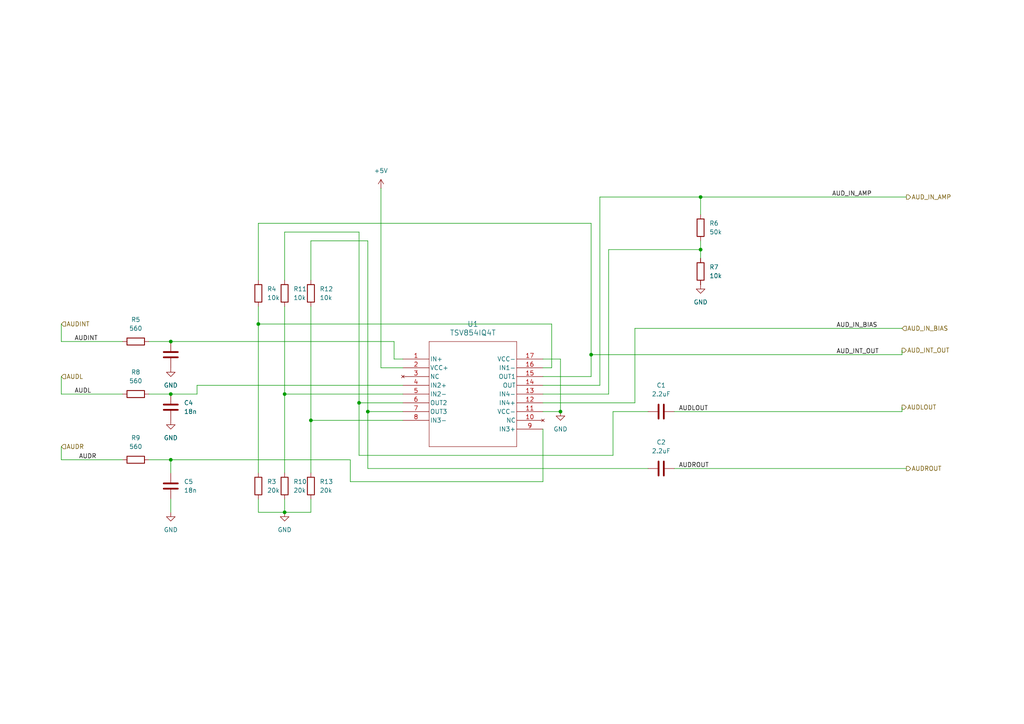
<source format=kicad_sch>
(kicad_sch
	(version 20250114)
	(generator "eeschema")
	(generator_version "9.0")
	(uuid "0d9d09b5-90ba-4c19-8042-ba33067acef6")
	(paper "A4")
	(lib_symbols
		(symbol "Device:C"
			(pin_numbers
				(hide yes)
			)
			(pin_names
				(offset 0.254)
			)
			(exclude_from_sim no)
			(in_bom yes)
			(on_board yes)
			(property "Reference" "C"
				(at 0.635 2.54 0)
				(effects
					(font
						(size 1.27 1.27)
					)
					(justify left)
				)
			)
			(property "Value" "C"
				(at 0.635 -2.54 0)
				(effects
					(font
						(size 1.27 1.27)
					)
					(justify left)
				)
			)
			(property "Footprint" ""
				(at 0.9652 -3.81 0)
				(effects
					(font
						(size 1.27 1.27)
					)
					(hide yes)
				)
			)
			(property "Datasheet" "~"
				(at 0 0 0)
				(effects
					(font
						(size 1.27 1.27)
					)
					(hide yes)
				)
			)
			(property "Description" "Unpolarized capacitor"
				(at 0 0 0)
				(effects
					(font
						(size 1.27 1.27)
					)
					(hide yes)
				)
			)
			(property "ki_keywords" "cap capacitor"
				(at 0 0 0)
				(effects
					(font
						(size 1.27 1.27)
					)
					(hide yes)
				)
			)
			(property "ki_fp_filters" "C_*"
				(at 0 0 0)
				(effects
					(font
						(size 1.27 1.27)
					)
					(hide yes)
				)
			)
			(symbol "C_0_1"
				(polyline
					(pts
						(xy -2.032 0.762) (xy 2.032 0.762)
					)
					(stroke
						(width 0.508)
						(type default)
					)
					(fill
						(type none)
					)
				)
				(polyline
					(pts
						(xy -2.032 -0.762) (xy 2.032 -0.762)
					)
					(stroke
						(width 0.508)
						(type default)
					)
					(fill
						(type none)
					)
				)
			)
			(symbol "C_1_1"
				(pin passive line
					(at 0 3.81 270)
					(length 2.794)
					(name "~"
						(effects
							(font
								(size 1.27 1.27)
							)
						)
					)
					(number "1"
						(effects
							(font
								(size 1.27 1.27)
							)
						)
					)
				)
				(pin passive line
					(at 0 -3.81 90)
					(length 2.794)
					(name "~"
						(effects
							(font
								(size 1.27 1.27)
							)
						)
					)
					(number "2"
						(effects
							(font
								(size 1.27 1.27)
							)
						)
					)
				)
			)
			(embedded_fonts no)
		)
		(symbol "Device:R"
			(pin_numbers
				(hide yes)
			)
			(pin_names
				(offset 0)
			)
			(exclude_from_sim no)
			(in_bom yes)
			(on_board yes)
			(property "Reference" "R"
				(at 2.032 0 90)
				(effects
					(font
						(size 1.27 1.27)
					)
				)
			)
			(property "Value" "R"
				(at 0 0 90)
				(effects
					(font
						(size 1.27 1.27)
					)
				)
			)
			(property "Footprint" ""
				(at -1.778 0 90)
				(effects
					(font
						(size 1.27 1.27)
					)
					(hide yes)
				)
			)
			(property "Datasheet" "~"
				(at 0 0 0)
				(effects
					(font
						(size 1.27 1.27)
					)
					(hide yes)
				)
			)
			(property "Description" "Resistor"
				(at 0 0 0)
				(effects
					(font
						(size 1.27 1.27)
					)
					(hide yes)
				)
			)
			(property "ki_keywords" "R res resistor"
				(at 0 0 0)
				(effects
					(font
						(size 1.27 1.27)
					)
					(hide yes)
				)
			)
			(property "ki_fp_filters" "R_*"
				(at 0 0 0)
				(effects
					(font
						(size 1.27 1.27)
					)
					(hide yes)
				)
			)
			(symbol "R_0_1"
				(rectangle
					(start -1.016 -2.54)
					(end 1.016 2.54)
					(stroke
						(width 0.254)
						(type default)
					)
					(fill
						(type none)
					)
				)
			)
			(symbol "R_1_1"
				(pin passive line
					(at 0 3.81 270)
					(length 1.27)
					(name "~"
						(effects
							(font
								(size 1.27 1.27)
							)
						)
					)
					(number "1"
						(effects
							(font
								(size 1.27 1.27)
							)
						)
					)
				)
				(pin passive line
					(at 0 -3.81 90)
					(length 1.27)
					(name "~"
						(effects
							(font
								(size 1.27 1.27)
							)
						)
					)
					(number "2"
						(effects
							(font
								(size 1.27 1.27)
							)
						)
					)
				)
			)
			(embedded_fonts no)
		)
		(symbol "power:+5V"
			(power)
			(pin_numbers
				(hide yes)
			)
			(pin_names
				(offset 0)
				(hide yes)
			)
			(exclude_from_sim no)
			(in_bom yes)
			(on_board yes)
			(property "Reference" "#PWR"
				(at 0 -3.81 0)
				(effects
					(font
						(size 1.27 1.27)
					)
					(hide yes)
				)
			)
			(property "Value" "+5V"
				(at 0 3.556 0)
				(effects
					(font
						(size 1.27 1.27)
					)
				)
			)
			(property "Footprint" ""
				(at 0 0 0)
				(effects
					(font
						(size 1.27 1.27)
					)
					(hide yes)
				)
			)
			(property "Datasheet" ""
				(at 0 0 0)
				(effects
					(font
						(size 1.27 1.27)
					)
					(hide yes)
				)
			)
			(property "Description" "Power symbol creates a global label with name \"+5V\""
				(at 0 0 0)
				(effects
					(font
						(size 1.27 1.27)
					)
					(hide yes)
				)
			)
			(property "ki_keywords" "global power"
				(at 0 0 0)
				(effects
					(font
						(size 1.27 1.27)
					)
					(hide yes)
				)
			)
			(symbol "+5V_0_1"
				(polyline
					(pts
						(xy -0.762 1.27) (xy 0 2.54)
					)
					(stroke
						(width 0)
						(type default)
					)
					(fill
						(type none)
					)
				)
				(polyline
					(pts
						(xy 0 2.54) (xy 0.762 1.27)
					)
					(stroke
						(width 0)
						(type default)
					)
					(fill
						(type none)
					)
				)
				(polyline
					(pts
						(xy 0 0) (xy 0 2.54)
					)
					(stroke
						(width 0)
						(type default)
					)
					(fill
						(type none)
					)
				)
			)
			(symbol "+5V_1_1"
				(pin power_in line
					(at 0 0 90)
					(length 0)
					(name "~"
						(effects
							(font
								(size 1.27 1.27)
							)
						)
					)
					(number "1"
						(effects
							(font
								(size 1.27 1.27)
							)
						)
					)
				)
			)
			(embedded_fonts no)
		)
		(symbol "power:GND"
			(power)
			(pin_numbers
				(hide yes)
			)
			(pin_names
				(offset 0)
				(hide yes)
			)
			(exclude_from_sim no)
			(in_bom yes)
			(on_board yes)
			(property "Reference" "#PWR"
				(at 0 -6.35 0)
				(effects
					(font
						(size 1.27 1.27)
					)
					(hide yes)
				)
			)
			(property "Value" "GND"
				(at 0 -3.81 0)
				(effects
					(font
						(size 1.27 1.27)
					)
				)
			)
			(property "Footprint" ""
				(at 0 0 0)
				(effects
					(font
						(size 1.27 1.27)
					)
					(hide yes)
				)
			)
			(property "Datasheet" ""
				(at 0 0 0)
				(effects
					(font
						(size 1.27 1.27)
					)
					(hide yes)
				)
			)
			(property "Description" "Power symbol creates a global label with name \"GND\" , ground"
				(at 0 0 0)
				(effects
					(font
						(size 1.27 1.27)
					)
					(hide yes)
				)
			)
			(property "ki_keywords" "global power"
				(at 0 0 0)
				(effects
					(font
						(size 1.27 1.27)
					)
					(hide yes)
				)
			)
			(symbol "GND_0_1"
				(polyline
					(pts
						(xy 0 0) (xy 0 -1.27) (xy 1.27 -1.27) (xy 0 -2.54) (xy -1.27 -1.27) (xy 0 -1.27)
					)
					(stroke
						(width 0)
						(type default)
					)
					(fill
						(type none)
					)
				)
			)
			(symbol "GND_1_1"
				(pin power_in line
					(at 0 0 270)
					(length 0)
					(name "~"
						(effects
							(font
								(size 1.27 1.27)
							)
						)
					)
					(number "1"
						(effects
							(font
								(size 1.27 1.27)
							)
						)
					)
				)
			)
			(embedded_fonts no)
		)
		(symbol "tsv854:TSV854IQ4T"
			(pin_names
				(offset 0.254)
			)
			(exclude_from_sim no)
			(in_bom yes)
			(on_board yes)
			(property "Reference" "U"
				(at 20.32 10.16 0)
				(effects
					(font
						(size 1.524 1.524)
					)
				)
			)
			(property "Value" "TSV854IQ4T"
				(at 20.32 7.62 0)
				(effects
					(font
						(size 1.524 1.524)
					)
				)
			)
			(property "Footprint" "QFN16_3X3_STM"
				(at 0 0 0)
				(effects
					(font
						(size 1.27 1.27)
						(italic yes)
					)
					(hide yes)
				)
			)
			(property "Datasheet" "TSV854IQ4T"
				(at 0 0 0)
				(effects
					(font
						(size 1.27 1.27)
						(italic yes)
					)
					(hide yes)
				)
			)
			(property "Description" ""
				(at 0 0 0)
				(effects
					(font
						(size 1.27 1.27)
					)
					(hide yes)
				)
			)
			(property "ki_locked" ""
				(at 0 0 0)
				(effects
					(font
						(size 1.27 1.27)
					)
				)
			)
			(property "ki_keywords" "TSV854IQ4T"
				(at 0 0 0)
				(effects
					(font
						(size 1.27 1.27)
					)
					(hide yes)
				)
			)
			(property "ki_fp_filters" "QFN16_3X3_STM QFN16_3X3_STM-M QFN16_3X3_STM-L"
				(at 0 0 0)
				(effects
					(font
						(size 1.27 1.27)
					)
					(hide yes)
				)
			)
			(symbol "TSV854IQ4T_0_1"
				(polyline
					(pts
						(xy 7.62 5.08) (xy 7.62 -25.4)
					)
					(stroke
						(width 0.127)
						(type default)
					)
					(fill
						(type none)
					)
				)
				(polyline
					(pts
						(xy 7.62 -25.4) (xy 33.02 -25.4)
					)
					(stroke
						(width 0.127)
						(type default)
					)
					(fill
						(type none)
					)
				)
				(polyline
					(pts
						(xy 33.02 5.08) (xy 7.62 5.08)
					)
					(stroke
						(width 0.127)
						(type default)
					)
					(fill
						(type none)
					)
				)
				(polyline
					(pts
						(xy 33.02 -25.4) (xy 33.02 5.08)
					)
					(stroke
						(width 0.127)
						(type default)
					)
					(fill
						(type none)
					)
				)
				(pin input line
					(at 0 0 0)
					(length 7.62)
					(name "IN+"
						(effects
							(font
								(size 1.27 1.27)
							)
						)
					)
					(number "1"
						(effects
							(font
								(size 1.27 1.27)
							)
						)
					)
				)
				(pin power_in line
					(at 0 -2.54 0)
					(length 7.62)
					(name "VCC+"
						(effects
							(font
								(size 1.27 1.27)
							)
						)
					)
					(number "2"
						(effects
							(font
								(size 1.27 1.27)
							)
						)
					)
				)
				(pin no_connect line
					(at 0 -5.08 0)
					(length 7.62)
					(name "NC"
						(effects
							(font
								(size 1.27 1.27)
							)
						)
					)
					(number "3"
						(effects
							(font
								(size 1.27 1.27)
							)
						)
					)
				)
				(pin input line
					(at 0 -7.62 0)
					(length 7.62)
					(name "IN2+"
						(effects
							(font
								(size 1.27 1.27)
							)
						)
					)
					(number "4"
						(effects
							(font
								(size 1.27 1.27)
							)
						)
					)
				)
				(pin input line
					(at 0 -10.16 0)
					(length 7.62)
					(name "IN2-"
						(effects
							(font
								(size 1.27 1.27)
							)
						)
					)
					(number "5"
						(effects
							(font
								(size 1.27 1.27)
							)
						)
					)
				)
				(pin output line
					(at 0 -12.7 0)
					(length 7.62)
					(name "OUT2"
						(effects
							(font
								(size 1.27 1.27)
							)
						)
					)
					(number "6"
						(effects
							(font
								(size 1.27 1.27)
							)
						)
					)
				)
				(pin output line
					(at 0 -15.24 0)
					(length 7.62)
					(name "OUT3"
						(effects
							(font
								(size 1.27 1.27)
							)
						)
					)
					(number "7"
						(effects
							(font
								(size 1.27 1.27)
							)
						)
					)
				)
				(pin input line
					(at 0 -17.78 0)
					(length 7.62)
					(name "IN3-"
						(effects
							(font
								(size 1.27 1.27)
							)
						)
					)
					(number "8"
						(effects
							(font
								(size 1.27 1.27)
							)
						)
					)
				)
				(pin power_in line
					(at 40.64 0 180)
					(length 7.62)
					(name "VCC-"
						(effects
							(font
								(size 1.27 1.27)
							)
						)
					)
					(number "17"
						(effects
							(font
								(size 1.27 1.27)
							)
						)
					)
				)
				(pin input line
					(at 40.64 -2.54 180)
					(length 7.62)
					(name "IN1-"
						(effects
							(font
								(size 1.27 1.27)
							)
						)
					)
					(number "16"
						(effects
							(font
								(size 1.27 1.27)
							)
						)
					)
				)
				(pin output line
					(at 40.64 -5.08 180)
					(length 7.62)
					(name "OUT1"
						(effects
							(font
								(size 1.27 1.27)
							)
						)
					)
					(number "15"
						(effects
							(font
								(size 1.27 1.27)
							)
						)
					)
				)
				(pin output line
					(at 40.64 -7.62 180)
					(length 7.62)
					(name "OUT"
						(effects
							(font
								(size 1.27 1.27)
							)
						)
					)
					(number "14"
						(effects
							(font
								(size 1.27 1.27)
							)
						)
					)
				)
				(pin input line
					(at 40.64 -10.16 180)
					(length 7.62)
					(name "IN4-"
						(effects
							(font
								(size 1.27 1.27)
							)
						)
					)
					(number "13"
						(effects
							(font
								(size 1.27 1.27)
							)
						)
					)
				)
				(pin input line
					(at 40.64 -12.7 180)
					(length 7.62)
					(name "IN4+"
						(effects
							(font
								(size 1.27 1.27)
							)
						)
					)
					(number "12"
						(effects
							(font
								(size 1.27 1.27)
							)
						)
					)
				)
				(pin power_in line
					(at 40.64 -15.24 180)
					(length 7.62)
					(name "VCC-"
						(effects
							(font
								(size 1.27 1.27)
							)
						)
					)
					(number "11"
						(effects
							(font
								(size 1.27 1.27)
							)
						)
					)
				)
				(pin no_connect line
					(at 40.64 -17.78 180)
					(length 7.62)
					(name "NC"
						(effects
							(font
								(size 1.27 1.27)
							)
						)
					)
					(number "10"
						(effects
							(font
								(size 1.27 1.27)
							)
						)
					)
				)
				(pin input line
					(at 40.64 -20.32 180)
					(length 7.62)
					(name "IN3+"
						(effects
							(font
								(size 1.27 1.27)
							)
						)
					)
					(number "9"
						(effects
							(font
								(size 1.27 1.27)
							)
						)
					)
				)
			)
			(embedded_fonts no)
		)
	)
	(junction
		(at 104.14 116.84)
		(diameter 0)
		(color 0 0 0 0)
		(uuid "2ffee229-b72a-4ba7-8b01-af9ca16bc921")
	)
	(junction
		(at 203.2 72.39)
		(diameter 0)
		(color 0 0 0 0)
		(uuid "37578e09-3225-4dc3-b3f4-e563b3ed4488")
	)
	(junction
		(at 90.17 121.92)
		(diameter 0)
		(color 0 0 0 0)
		(uuid "49cb0b6f-5c76-4a29-b25f-eb6ff014cf96")
	)
	(junction
		(at 49.53 133.35)
		(diameter 0)
		(color 0 0 0 0)
		(uuid "6d3fd435-4cae-482d-9ced-70aa5794d7e8")
	)
	(junction
		(at 203.2 57.15)
		(diameter 0)
		(color 0 0 0 0)
		(uuid "7dc97c82-b5d3-4bb8-971c-250eec6dc043")
	)
	(junction
		(at 82.55 148.59)
		(diameter 0)
		(color 0 0 0 0)
		(uuid "8816735e-3775-41f5-845d-01af961798cf")
	)
	(junction
		(at 49.53 99.06)
		(diameter 0)
		(color 0 0 0 0)
		(uuid "91ab528f-a75f-4311-a7e7-31f8bc72cab0")
	)
	(junction
		(at 171.45 102.87)
		(diameter 0)
		(color 0 0 0 0)
		(uuid "d2e92a07-fe40-438f-b358-ee6add87b48e")
	)
	(junction
		(at 74.93 93.98)
		(diameter 0)
		(color 0 0 0 0)
		(uuid "d3d8af00-d6d3-4437-a8e7-73b84939e090")
	)
	(junction
		(at 49.53 114.3)
		(diameter 0)
		(color 0 0 0 0)
		(uuid "d4871015-7b02-430b-883f-56fff6e17c3e")
	)
	(junction
		(at 162.56 119.38)
		(diameter 0)
		(color 0 0 0 0)
		(uuid "dd5acc39-1aac-4ddc-bd00-29eae6cc968e")
	)
	(junction
		(at 106.68 119.38)
		(diameter 0)
		(color 0 0 0 0)
		(uuid "e6661e37-932a-42ea-b70a-f111d856d481")
	)
	(junction
		(at 82.55 114.3)
		(diameter 0)
		(color 0 0 0 0)
		(uuid "ffd66eda-62cc-4287-ba40-ae65838a106a")
	)
	(wire
		(pts
			(xy 171.45 102.87) (xy 171.45 64.77)
		)
		(stroke
			(width 0)
			(type default)
		)
		(uuid "01a5abd4-59cb-4e57-ab9d-a93201d5ed68")
	)
	(wire
		(pts
			(xy 157.48 109.22) (xy 171.45 109.22)
		)
		(stroke
			(width 0)
			(type default)
		)
		(uuid "0364514e-3d3e-4584-92d0-2c47935efece")
	)
	(wire
		(pts
			(xy 17.78 93.98) (xy 17.78 99.06)
		)
		(stroke
			(width 0)
			(type default)
		)
		(uuid "03a22117-a2b8-4425-8c09-993bfbf4da9b")
	)
	(wire
		(pts
			(xy 114.3 104.14) (xy 114.3 99.06)
		)
		(stroke
			(width 0)
			(type default)
		)
		(uuid "04aba188-583b-4ced-963a-126b19a9530f")
	)
	(wire
		(pts
			(xy 49.53 144.78) (xy 49.53 148.59)
		)
		(stroke
			(width 0)
			(type default)
		)
		(uuid "04c2677a-1c96-40a3-bb94-c28b94480a73")
	)
	(wire
		(pts
			(xy 160.02 93.98) (xy 74.93 93.98)
		)
		(stroke
			(width 0)
			(type default)
		)
		(uuid "057e5d30-a5f2-462c-8661-656f872c96e2")
	)
	(wire
		(pts
			(xy 157.48 119.38) (xy 162.56 119.38)
		)
		(stroke
			(width 0)
			(type default)
		)
		(uuid "058b1392-155f-48ad-979c-165430dd1cc9")
	)
	(wire
		(pts
			(xy 177.8 119.38) (xy 187.96 119.38)
		)
		(stroke
			(width 0)
			(type default)
		)
		(uuid "0801dab3-8fed-4906-a5e6-68d76e7afbb1")
	)
	(wire
		(pts
			(xy 116.84 106.68) (xy 110.49 106.68)
		)
		(stroke
			(width 0)
			(type default)
		)
		(uuid "086b7d16-b96b-47fe-ad90-11abd02c3637")
	)
	(wire
		(pts
			(xy 110.49 54.61) (xy 110.49 106.68)
		)
		(stroke
			(width 0)
			(type default)
		)
		(uuid "1092aa7e-1f04-425c-8e09-a70c12675fd9")
	)
	(wire
		(pts
			(xy 106.68 69.85) (xy 90.17 69.85)
		)
		(stroke
			(width 0)
			(type default)
		)
		(uuid "19d5803e-32b5-47cd-adf8-a2fcdafdf73b")
	)
	(wire
		(pts
			(xy 157.48 124.46) (xy 157.48 139.7)
		)
		(stroke
			(width 0)
			(type default)
		)
		(uuid "19f11729-9ba2-47c5-a7c9-b669b4b70fd7")
	)
	(wire
		(pts
			(xy 261.62 119.38) (xy 261.62 118.11)
		)
		(stroke
			(width 0)
			(type default)
		)
		(uuid "1c862562-2132-425a-ab75-c6d5f62120e4")
	)
	(wire
		(pts
			(xy 173.99 57.15) (xy 173.99 111.76)
		)
		(stroke
			(width 0)
			(type default)
		)
		(uuid "24251544-4b83-400f-aea0-60fb323bbbc5")
	)
	(wire
		(pts
			(xy 176.53 72.39) (xy 176.53 114.3)
		)
		(stroke
			(width 0)
			(type default)
		)
		(uuid "26392363-0227-4473-96c6-d50abb9b42da")
	)
	(wire
		(pts
			(xy 104.14 67.31) (xy 104.14 116.84)
		)
		(stroke
			(width 0)
			(type default)
		)
		(uuid "267ac94d-2527-44a2-a2d8-ebfa150c8627")
	)
	(wire
		(pts
			(xy 74.93 93.98) (xy 74.93 137.16)
		)
		(stroke
			(width 0)
			(type default)
		)
		(uuid "26ce84dc-8e8a-4a5a-af26-0a3b95352067")
	)
	(wire
		(pts
			(xy 43.18 133.35) (xy 49.53 133.35)
		)
		(stroke
			(width 0)
			(type default)
		)
		(uuid "27022f00-f07f-40e0-aaf7-94763a8c8fc6")
	)
	(wire
		(pts
			(xy 104.14 116.84) (xy 104.14 132.08)
		)
		(stroke
			(width 0)
			(type default)
		)
		(uuid "2a661bbd-7da7-4cba-b8fd-38fcad70217b")
	)
	(wire
		(pts
			(xy 82.55 114.3) (xy 116.84 114.3)
		)
		(stroke
			(width 0)
			(type default)
		)
		(uuid "2c4d6bd0-c3ec-44ca-9011-32ae62413621")
	)
	(wire
		(pts
			(xy 157.48 114.3) (xy 176.53 114.3)
		)
		(stroke
			(width 0)
			(type default)
		)
		(uuid "2e371fba-fcdd-48e3-974d-5f4547feecf0")
	)
	(wire
		(pts
			(xy 43.18 114.3) (xy 49.53 114.3)
		)
		(stroke
			(width 0)
			(type default)
		)
		(uuid "2f3294ad-7aa3-4c11-9b9b-8a117bd89e8a")
	)
	(wire
		(pts
			(xy 171.45 102.87) (xy 261.62 102.87)
		)
		(stroke
			(width 0)
			(type default)
		)
		(uuid "35a0aa94-12a2-4e72-8524-9dd134f96356")
	)
	(wire
		(pts
			(xy 74.93 144.78) (xy 74.93 148.59)
		)
		(stroke
			(width 0)
			(type default)
		)
		(uuid "3677360b-b8b0-4947-875f-a0143a0ae3fb")
	)
	(wire
		(pts
			(xy 82.55 148.59) (xy 90.17 148.59)
		)
		(stroke
			(width 0)
			(type default)
		)
		(uuid "3b843b7f-1a2f-4465-bdc9-91d87cff901e")
	)
	(wire
		(pts
			(xy 101.6 133.35) (xy 101.6 139.7)
		)
		(stroke
			(width 0)
			(type default)
		)
		(uuid "3d1344c7-2672-4c77-98a7-9275753c528d")
	)
	(wire
		(pts
			(xy 74.93 148.59) (xy 82.55 148.59)
		)
		(stroke
			(width 0)
			(type default)
		)
		(uuid "3d8cbd8f-1ead-4f68-a267-f1b354b6c9b1")
	)
	(wire
		(pts
			(xy 157.48 116.84) (xy 184.15 116.84)
		)
		(stroke
			(width 0)
			(type default)
		)
		(uuid "4186ced8-0169-40da-8a85-85131ed9d2a7")
	)
	(wire
		(pts
			(xy 203.2 57.15) (xy 262.89 57.15)
		)
		(stroke
			(width 0)
			(type default)
		)
		(uuid "48c6be75-5f09-438d-ae1a-fddbb96640ab")
	)
	(wire
		(pts
			(xy 101.6 139.7) (xy 157.48 139.7)
		)
		(stroke
			(width 0)
			(type default)
		)
		(uuid "49031cfd-90d5-4a2d-a6b3-3b6692700f27")
	)
	(wire
		(pts
			(xy 203.2 69.85) (xy 203.2 72.39)
		)
		(stroke
			(width 0)
			(type default)
		)
		(uuid "4d40a315-6dcc-473c-87e2-41f2ee42b05d")
	)
	(wire
		(pts
			(xy 106.68 69.85) (xy 106.68 119.38)
		)
		(stroke
			(width 0)
			(type default)
		)
		(uuid "505a232f-6eb0-4782-baa9-377ce8339593")
	)
	(wire
		(pts
			(xy 162.56 104.14) (xy 162.56 119.38)
		)
		(stroke
			(width 0)
			(type default)
		)
		(uuid "54578d1b-c5cc-4cab-a6ad-e7fd39812aa3")
	)
	(wire
		(pts
			(xy 17.78 109.22) (xy 17.78 114.3)
		)
		(stroke
			(width 0)
			(type default)
		)
		(uuid "54f33f8a-7fb6-494d-97e0-b5bdb917a43d")
	)
	(wire
		(pts
			(xy 114.3 99.06) (xy 49.53 99.06)
		)
		(stroke
			(width 0)
			(type default)
		)
		(uuid "59254078-801c-4b19-a81c-23a85b7803d0")
	)
	(wire
		(pts
			(xy 184.15 116.84) (xy 184.15 95.25)
		)
		(stroke
			(width 0)
			(type default)
		)
		(uuid "5994283f-4cb5-46a2-8386-10cbf0c17f2f")
	)
	(wire
		(pts
			(xy 203.2 72.39) (xy 176.53 72.39)
		)
		(stroke
			(width 0)
			(type default)
		)
		(uuid "5b606f9e-0b72-445f-913a-d62be367166c")
	)
	(wire
		(pts
			(xy 173.99 57.15) (xy 203.2 57.15)
		)
		(stroke
			(width 0)
			(type default)
		)
		(uuid "610dcab2-e5b5-4bbc-80aa-704ba549d9ca")
	)
	(wire
		(pts
			(xy 116.84 104.14) (xy 114.3 104.14)
		)
		(stroke
			(width 0)
			(type default)
		)
		(uuid "6813a785-cf90-4800-89ce-6e59776b84b4")
	)
	(wire
		(pts
			(xy 104.14 67.31) (xy 82.55 67.31)
		)
		(stroke
			(width 0)
			(type default)
		)
		(uuid "696ce7a2-a7ae-42c0-9466-ef662ff4f942")
	)
	(wire
		(pts
			(xy 184.15 95.25) (xy 261.62 95.25)
		)
		(stroke
			(width 0)
			(type default)
		)
		(uuid "6dbf762f-8310-4208-b770-7fbe8778cd97")
	)
	(wire
		(pts
			(xy 195.58 119.38) (xy 261.62 119.38)
		)
		(stroke
			(width 0)
			(type default)
		)
		(uuid "75f6ab37-77b6-43db-a9ad-da897b6ce437")
	)
	(wire
		(pts
			(xy 49.53 114.3) (xy 57.15 114.3)
		)
		(stroke
			(width 0)
			(type default)
		)
		(uuid "7a748406-e8c2-4f27-8282-baef1326aad4")
	)
	(wire
		(pts
			(xy 82.55 88.9) (xy 82.55 114.3)
		)
		(stroke
			(width 0)
			(type default)
		)
		(uuid "7f4286b0-4470-46c3-9035-ba8dab79622b")
	)
	(wire
		(pts
			(xy 82.55 114.3) (xy 82.55 137.16)
		)
		(stroke
			(width 0)
			(type default)
		)
		(uuid "88f3efba-b390-47d1-9f80-191d9d95591a")
	)
	(wire
		(pts
			(xy 203.2 72.39) (xy 203.2 74.93)
		)
		(stroke
			(width 0)
			(type default)
		)
		(uuid "891e9950-173a-43dc-8646-d56a40b8923d")
	)
	(wire
		(pts
			(xy 171.45 109.22) (xy 171.45 102.87)
		)
		(stroke
			(width 0)
			(type default)
		)
		(uuid "8c593ca7-6b96-4994-830f-280293f91fef")
	)
	(wire
		(pts
			(xy 157.48 111.76) (xy 173.99 111.76)
		)
		(stroke
			(width 0)
			(type default)
		)
		(uuid "91dcbae8-723e-4890-9629-aaf7c90e9f8a")
	)
	(wire
		(pts
			(xy 49.53 133.35) (xy 101.6 133.35)
		)
		(stroke
			(width 0)
			(type default)
		)
		(uuid "9e1c678a-7ef8-4658-beba-876d37a2b9f6")
	)
	(wire
		(pts
			(xy 195.58 135.89) (xy 262.89 135.89)
		)
		(stroke
			(width 0)
			(type default)
		)
		(uuid "a74edcd1-5737-46e3-b65b-360b587c0c78")
	)
	(wire
		(pts
			(xy 157.48 106.68) (xy 160.02 106.68)
		)
		(stroke
			(width 0)
			(type default)
		)
		(uuid "ae2a7e57-8f5e-44fb-bdc9-355c4518274c")
	)
	(wire
		(pts
			(xy 104.14 132.08) (xy 177.8 132.08)
		)
		(stroke
			(width 0)
			(type default)
		)
		(uuid "af884401-43e9-4848-a124-79506495556d")
	)
	(wire
		(pts
			(xy 43.18 99.06) (xy 49.53 99.06)
		)
		(stroke
			(width 0)
			(type default)
		)
		(uuid "afb3cf30-190c-42b7-bbf4-4f683d94be50")
	)
	(wire
		(pts
			(xy 17.78 114.3) (xy 35.56 114.3)
		)
		(stroke
			(width 0)
			(type default)
		)
		(uuid "b11d20c9-cdc9-4e1b-a18b-4c8830209bd0")
	)
	(wire
		(pts
			(xy 49.53 133.35) (xy 49.53 137.16)
		)
		(stroke
			(width 0)
			(type default)
		)
		(uuid "b2a3107d-861d-4807-9aee-bcff627dac5a")
	)
	(wire
		(pts
			(xy 106.68 119.38) (xy 106.68 135.89)
		)
		(stroke
			(width 0)
			(type default)
		)
		(uuid "b5c7c26e-53a7-4439-9c4a-d9bdeab05c04")
	)
	(wire
		(pts
			(xy 90.17 121.92) (xy 116.84 121.92)
		)
		(stroke
			(width 0)
			(type default)
		)
		(uuid "bb31a15c-67c9-4199-b556-11e9cb69bb1d")
	)
	(wire
		(pts
			(xy 82.55 144.78) (xy 82.55 148.59)
		)
		(stroke
			(width 0)
			(type default)
		)
		(uuid "bd7369a0-c353-40d5-8c95-e02cd3b8a853")
	)
	(wire
		(pts
			(xy 57.15 114.3) (xy 57.15 111.76)
		)
		(stroke
			(width 0)
			(type default)
		)
		(uuid "bfe763bf-9e82-433f-ab8c-5a325f87f495")
	)
	(wire
		(pts
			(xy 177.8 132.08) (xy 177.8 119.38)
		)
		(stroke
			(width 0)
			(type default)
		)
		(uuid "c2cc01bc-3b36-4e56-9ff5-777586f58f08")
	)
	(wire
		(pts
			(xy 90.17 121.92) (xy 90.17 137.16)
		)
		(stroke
			(width 0)
			(type default)
		)
		(uuid "c52ea524-372a-448a-92fa-5e839d7e2a3f")
	)
	(wire
		(pts
			(xy 90.17 88.9) (xy 90.17 121.92)
		)
		(stroke
			(width 0)
			(type default)
		)
		(uuid "c7ccbfa0-8022-445b-abdb-1c053f6bf047")
	)
	(wire
		(pts
			(xy 106.68 135.89) (xy 187.96 135.89)
		)
		(stroke
			(width 0)
			(type default)
		)
		(uuid "cbf6046f-5828-4210-86cc-21a68bf92045")
	)
	(wire
		(pts
			(xy 160.02 93.98) (xy 160.02 106.68)
		)
		(stroke
			(width 0)
			(type default)
		)
		(uuid "cd39e44e-329f-4502-a1ec-e10be0cdb6fb")
	)
	(wire
		(pts
			(xy 203.2 57.15) (xy 203.2 62.23)
		)
		(stroke
			(width 0)
			(type default)
		)
		(uuid "cd979289-c168-485b-b7cc-4873d7dd62d3")
	)
	(wire
		(pts
			(xy 104.14 116.84) (xy 116.84 116.84)
		)
		(stroke
			(width 0)
			(type default)
		)
		(uuid "cea47535-9bc7-4580-b6e9-b2f97b60e950")
	)
	(wire
		(pts
			(xy 17.78 133.35) (xy 35.56 133.35)
		)
		(stroke
			(width 0)
			(type default)
		)
		(uuid "cf902067-d1f0-4a94-af27-44c863ec3fec")
	)
	(wire
		(pts
			(xy 116.84 119.38) (xy 106.68 119.38)
		)
		(stroke
			(width 0)
			(type default)
		)
		(uuid "cfd80ce3-a18c-47ca-b550-2430b7aa8dd5")
	)
	(wire
		(pts
			(xy 82.55 67.31) (xy 82.55 81.28)
		)
		(stroke
			(width 0)
			(type default)
		)
		(uuid "d325fcde-aa18-4907-a3f5-f31e1552e4e7")
	)
	(wire
		(pts
			(xy 171.45 64.77) (xy 74.93 64.77)
		)
		(stroke
			(width 0)
			(type default)
		)
		(uuid "d89f6494-350c-464e-8d21-f3616a96f7f1")
	)
	(wire
		(pts
			(xy 261.62 102.87) (xy 261.62 101.6)
		)
		(stroke
			(width 0)
			(type default)
		)
		(uuid "dc386098-1069-4fcb-b211-1f3f9c02a902")
	)
	(wire
		(pts
			(xy 17.78 99.06) (xy 35.56 99.06)
		)
		(stroke
			(width 0)
			(type default)
		)
		(uuid "e03dca6a-88fe-4f4c-887c-5227942d3158")
	)
	(wire
		(pts
			(xy 57.15 111.76) (xy 116.84 111.76)
		)
		(stroke
			(width 0)
			(type default)
		)
		(uuid "e5f0f6f7-699f-4591-bfde-caccf2d15a94")
	)
	(wire
		(pts
			(xy 90.17 144.78) (xy 90.17 148.59)
		)
		(stroke
			(width 0)
			(type default)
		)
		(uuid "e8d19410-f763-473c-986f-21f26bc90874")
	)
	(wire
		(pts
			(xy 90.17 69.85) (xy 90.17 81.28)
		)
		(stroke
			(width 0)
			(type default)
		)
		(uuid "f4902964-0b7d-4596-99bc-3e36937dfa5d")
	)
	(wire
		(pts
			(xy 17.78 129.54) (xy 17.78 133.35)
		)
		(stroke
			(width 0)
			(type default)
		)
		(uuid "f72747a6-b4d8-431b-93d5-796eaec1919a")
	)
	(wire
		(pts
			(xy 157.48 104.14) (xy 162.56 104.14)
		)
		(stroke
			(width 0)
			(type default)
		)
		(uuid "f9152313-b269-42ff-bb74-5a4fe3e09d60")
	)
	(wire
		(pts
			(xy 74.93 64.77) (xy 74.93 81.28)
		)
		(stroke
			(width 0)
			(type default)
		)
		(uuid "fe24b9df-9c38-4753-966d-73527e99ee7b")
	)
	(wire
		(pts
			(xy 74.93 88.9) (xy 74.93 93.98)
		)
		(stroke
			(width 0)
			(type default)
		)
		(uuid "fea062ec-c9de-4cd9-af71-82c2c16d98ea")
	)
	(label "AUD_IN_AMP"
		(at 241.3 57.15 0)
		(effects
			(font
				(size 1.27 1.27)
			)
			(justify left bottom)
		)
		(uuid "0b1173b0-46b2-497a-84be-48de18019f3d")
	)
	(label "AUD_INT_OUT"
		(at 242.57 102.87 0)
		(effects
			(font
				(size 1.27 1.27)
			)
			(justify left bottom)
		)
		(uuid "0d37b8ce-306f-443c-9050-f03bb263ed67")
	)
	(label "AUD_IN_BIAS"
		(at 242.57 95.25 0)
		(effects
			(font
				(size 1.27 1.27)
			)
			(justify left bottom)
		)
		(uuid "26f67193-92de-4bcd-8c61-bcc6d21a8657")
	)
	(label "AUDINT"
		(at 21.59 99.06 0)
		(effects
			(font
				(size 1.27 1.27)
			)
			(justify left bottom)
		)
		(uuid "6653fa70-748c-4606-b84e-d343e318c4da")
	)
	(label "AUDR"
		(at 22.86 133.35 0)
		(effects
			(font
				(size 1.27 1.27)
			)
			(justify left bottom)
		)
		(uuid "6ec286e1-eefb-4e82-8758-52b192603449")
	)
	(label "AUDROUT"
		(at 196.85 135.89 0)
		(effects
			(font
				(size 1.27 1.27)
			)
			(justify left bottom)
		)
		(uuid "8b7f5fb9-ac3f-4416-8378-3603575e562b")
	)
	(label "AUDLOUT"
		(at 196.85 119.38 0)
		(effects
			(font
				(size 1.27 1.27)
			)
			(justify left bottom)
		)
		(uuid "95e30fbf-64b7-45dc-868f-6dbf57f30360")
	)
	(label "AUDL"
		(at 21.59 114.3 0)
		(effects
			(font
				(size 1.27 1.27)
			)
			(justify left bottom)
		)
		(uuid "d34f7952-54af-4bad-8855-d150237a7400")
	)
	(hierarchical_label "AUD_INT_OUT"
		(shape output)
		(at 261.62 101.6 0)
		(effects
			(font
				(size 1.27 1.27)
			)
			(justify left)
		)
		(uuid "08f13941-54e1-4749-8f73-e4446cf9793a")
	)
	(hierarchical_label "AUDL"
		(shape input)
		(at 17.78 109.22 0)
		(effects
			(font
				(size 1.27 1.27)
			)
			(justify left)
		)
		(uuid "13a2cd95-5740-41c1-a251-b0fed1cb326d")
	)
	(hierarchical_label "AUDROUT"
		(shape output)
		(at 262.89 135.89 0)
		(effects
			(font
				(size 1.27 1.27)
			)
			(justify left)
		)
		(uuid "21eb8ff0-0c86-4b08-af63-094035a85633")
	)
	(hierarchical_label "AUDR"
		(shape input)
		(at 17.78 129.54 0)
		(effects
			(font
				(size 1.27 1.27)
			)
			(justify left)
		)
		(uuid "409f5e6b-aa08-4812-8121-a0c3b05ac36d")
	)
	(hierarchical_label "AUD_IN_AMP"
		(shape output)
		(at 262.89 57.15 0)
		(effects
			(font
				(size 1.27 1.27)
			)
			(justify left)
		)
		(uuid "92d835ba-f8b2-48c3-8e16-322f0eea0762")
	)
	(hierarchical_label "AUD_IN_BIAS"
		(shape input)
		(at 261.62 95.25 0)
		(effects
			(font
				(size 1.27 1.27)
			)
			(justify left)
		)
		(uuid "b9d8ef20-9cab-4863-8bca-b9ca1d6749ed")
	)
	(hierarchical_label "AUDLOUT"
		(shape output)
		(at 261.62 118.11 0)
		(effects
			(font
				(size 1.27 1.27)
			)
			(justify left)
		)
		(uuid "d860db8e-0398-4160-89c2-fb4d6943d4e2")
	)
	(hierarchical_label "AUDINT"
		(shape input)
		(at 17.78 93.98 0)
		(effects
			(font
				(size 1.27 1.27)
			)
			(justify left)
		)
		(uuid "f6aa412d-efee-4126-8bc2-afdc71ad7adb")
	)
	(symbol
		(lib_id "Device:C")
		(at 49.53 102.87 0)
		(unit 1)
		(exclude_from_sim no)
		(in_bom yes)
		(on_board yes)
		(dnp no)
		(fields_autoplaced yes)
		(uuid "0d7769d6-22f7-4d9e-9c65-6dc69e3e666b")
		(property "Reference" "C3"
			(at 53.34 101.5999 0)
			(effects
				(font
					(size 1.27 1.27)
				)
				(justify left)
				(hide yes)
			)
		)
		(property "Value" "18n"
			(at 53.34 104.1399 0)
			(effects
				(font
					(size 1.27 1.27)
				)
				(justify left)
				(hide yes)
			)
		)
		(property "Footprint" "Capacitor_SMD:C_0402_1005Metric"
			(at 50.4952 106.68 0)
			(effects
				(font
					(size 1.27 1.27)
				)
				(hide yes)
			)
		)
		(property "Datasheet" "~"
			(at 49.53 102.87 0)
			(effects
				(font
					(size 1.27 1.27)
				)
				(hide yes)
			)
		)
		(property "Description" "Unpolarized capacitor"
			(at 49.53 102.87 0)
			(effects
				(font
					(size 1.27 1.27)
				)
				(hide yes)
			)
		)
		(pin "1"
			(uuid "9caff73f-e188-47ff-90e1-4a4820896c5e")
		)
		(pin "2"
			(uuid "0d77c015-ce01-4db6-9d02-e8f9b41df8ef")
		)
		(instances
			(project ""
				(path "/f8f92944-710a-49a0-a698-f840e5f20e15/82ba8f9b-a44c-4965-afdf-636054a8ceef"
					(reference "C3")
					(unit 1)
				)
			)
		)
	)
	(symbol
		(lib_id "Device:C")
		(at 191.77 119.38 90)
		(unit 1)
		(exclude_from_sim no)
		(in_bom yes)
		(on_board yes)
		(dnp no)
		(fields_autoplaced yes)
		(uuid "17d98da9-3746-4535-a3ec-24efbc4e40a3")
		(property "Reference" "C1"
			(at 191.77 111.76 90)
			(effects
				(font
					(size 1.27 1.27)
				)
			)
		)
		(property "Value" "2.2uF"
			(at 191.77 114.3 90)
			(effects
				(font
					(size 1.27 1.27)
				)
			)
		)
		(property "Footprint" "Capacitor_SMD:C_0402_1005Metric"
			(at 195.58 118.4148 0)
			(effects
				(font
					(size 1.27 1.27)
				)
				(hide yes)
			)
		)
		(property "Datasheet" "~"
			(at 191.77 119.38 0)
			(effects
				(font
					(size 1.27 1.27)
				)
				(hide yes)
			)
		)
		(property "Description" "Unpolarized capacitor"
			(at 191.77 119.38 0)
			(effects
				(font
					(size 1.27 1.27)
				)
				(hide yes)
			)
		)
		(pin "1"
			(uuid "f238190b-ed4c-4303-86ac-3d96835f88dc")
		)
		(pin "2"
			(uuid "d8b73b6b-2176-4f6f-8086-4ad6e313cd31")
		)
		(instances
			(project ""
				(path "/f8f92944-710a-49a0-a698-f840e5f20e15/82ba8f9b-a44c-4965-afdf-636054a8ceef"
					(reference "C1")
					(unit 1)
				)
			)
		)
	)
	(symbol
		(lib_id "power:+5V")
		(at 110.49 54.61 0)
		(unit 1)
		(exclude_from_sim no)
		(in_bom yes)
		(on_board yes)
		(dnp no)
		(fields_autoplaced yes)
		(uuid "323efa29-a9a5-4f20-a1ad-ff615af34381")
		(property "Reference" "#PWR04"
			(at 110.49 58.42 0)
			(effects
				(font
					(size 1.27 1.27)
				)
				(hide yes)
			)
		)
		(property "Value" "+5V"
			(at 110.49 49.53 0)
			(effects
				(font
					(size 1.27 1.27)
				)
			)
		)
		(property "Footprint" ""
			(at 110.49 54.61 0)
			(effects
				(font
					(size 1.27 1.27)
				)
				(hide yes)
			)
		)
		(property "Datasheet" ""
			(at 110.49 54.61 0)
			(effects
				(font
					(size 1.27 1.27)
				)
				(hide yes)
			)
		)
		(property "Description" "Power symbol creates a global label with name \"+5V\""
			(at 110.49 54.61 0)
			(effects
				(font
					(size 1.27 1.27)
				)
				(hide yes)
			)
		)
		(pin "1"
			(uuid "dcf85c45-1491-4d75-af28-c34e728499ad")
		)
		(instances
			(project ""
				(path "/f8f92944-710a-49a0-a698-f840e5f20e15/82ba8f9b-a44c-4965-afdf-636054a8ceef"
					(reference "#PWR04")
					(unit 1)
				)
			)
		)
	)
	(symbol
		(lib_id "power:GND")
		(at 49.53 106.68 0)
		(unit 1)
		(exclude_from_sim no)
		(in_bom yes)
		(on_board yes)
		(dnp no)
		(uuid "366dec4c-a197-48e9-8aab-228c54238fed")
		(property "Reference" "#PWR05"
			(at 49.53 113.03 0)
			(effects
				(font
					(size 1.27 1.27)
				)
				(hide yes)
			)
		)
		(property "Value" "GND"
			(at 49.53 111.76 0)
			(effects
				(font
					(size 1.27 1.27)
				)
			)
		)
		(property "Footprint" ""
			(at 49.53 106.68 0)
			(effects
				(font
					(size 1.27 1.27)
				)
				(hide yes)
			)
		)
		(property "Datasheet" ""
			(at 49.53 106.68 0)
			(effects
				(font
					(size 1.27 1.27)
				)
				(hide yes)
			)
		)
		(property "Description" "Power symbol creates a global label with name \"GND\" , ground"
			(at 49.53 106.68 0)
			(effects
				(font
					(size 1.27 1.27)
				)
				(hide yes)
			)
		)
		(pin "1"
			(uuid "e050c6a1-901e-4f6f-a43e-673485c14f00")
		)
		(instances
			(project "pokeymax4b"
				(path "/f8f92944-710a-49a0-a698-f840e5f20e15/82ba8f9b-a44c-4965-afdf-636054a8ceef"
					(reference "#PWR05")
					(unit 1)
				)
			)
		)
	)
	(symbol
		(lib_id "power:GND")
		(at 203.2 82.55 0)
		(unit 1)
		(exclude_from_sim no)
		(in_bom yes)
		(on_board yes)
		(dnp no)
		(fields_autoplaced yes)
		(uuid "4357691c-18bb-4112-af18-1b01c703f083")
		(property "Reference" "#PWR019"
			(at 203.2 88.9 0)
			(effects
				(font
					(size 1.27 1.27)
				)
				(hide yes)
			)
		)
		(property "Value" "GND"
			(at 203.2 87.63 0)
			(effects
				(font
					(size 1.27 1.27)
				)
			)
		)
		(property "Footprint" ""
			(at 203.2 82.55 0)
			(effects
				(font
					(size 1.27 1.27)
				)
				(hide yes)
			)
		)
		(property "Datasheet" ""
			(at 203.2 82.55 0)
			(effects
				(font
					(size 1.27 1.27)
				)
				(hide yes)
			)
		)
		(property "Description" "Power symbol creates a global label with name \"GND\" , ground"
			(at 203.2 82.55 0)
			(effects
				(font
					(size 1.27 1.27)
				)
				(hide yes)
			)
		)
		(pin "1"
			(uuid "2ed34645-9a83-46d2-a465-d5cb029d82d2")
		)
		(instances
			(project ""
				(path "/f8f92944-710a-49a0-a698-f840e5f20e15/82ba8f9b-a44c-4965-afdf-636054a8ceef"
					(reference "#PWR019")
					(unit 1)
				)
			)
		)
	)
	(symbol
		(lib_id "Device:R")
		(at 39.37 99.06 90)
		(unit 1)
		(exclude_from_sim no)
		(in_bom yes)
		(on_board yes)
		(dnp no)
		(fields_autoplaced yes)
		(uuid "56b6209e-449e-4e2f-90ee-5c85bd8a93bd")
		(property "Reference" "R5"
			(at 39.37 92.71 90)
			(effects
				(font
					(size 1.27 1.27)
				)
			)
		)
		(property "Value" "560"
			(at 39.37 95.25 90)
			(effects
				(font
					(size 1.27 1.27)
				)
			)
		)
		(property "Footprint" "Resistor_SMD:R_0402_1005Metric"
			(at 39.37 100.838 90)
			(effects
				(font
					(size 1.27 1.27)
				)
				(hide yes)
			)
		)
		(property "Datasheet" "~"
			(at 39.37 99.06 0)
			(effects
				(font
					(size 1.27 1.27)
				)
				(hide yes)
			)
		)
		(property "Description" "Resistor"
			(at 39.37 99.06 0)
			(effects
				(font
					(size 1.27 1.27)
				)
				(hide yes)
			)
		)
		(pin "2"
			(uuid "28bad2f4-2cc9-4337-9818-4f76462eaf70")
		)
		(pin "1"
			(uuid "4dde1e6a-0c10-4143-ab12-10274a1aa13d")
		)
		(instances
			(project ""
				(path "/f8f92944-710a-49a0-a698-f840e5f20e15/82ba8f9b-a44c-4965-afdf-636054a8ceef"
					(reference "R5")
					(unit 1)
				)
			)
		)
	)
	(symbol
		(lib_id "power:GND")
		(at 49.53 121.92 0)
		(unit 1)
		(exclude_from_sim no)
		(in_bom yes)
		(on_board yes)
		(dnp no)
		(fields_autoplaced yes)
		(uuid "5e20c28e-3dc6-4036-9e5f-4e2518c2c8d0")
		(property "Reference" "#PWR06"
			(at 49.53 128.27 0)
			(effects
				(font
					(size 1.27 1.27)
				)
				(hide yes)
			)
		)
		(property "Value" "GND"
			(at 49.53 127 0)
			(effects
				(font
					(size 1.27 1.27)
				)
			)
		)
		(property "Footprint" ""
			(at 49.53 121.92 0)
			(effects
				(font
					(size 1.27 1.27)
				)
				(hide yes)
			)
		)
		(property "Datasheet" ""
			(at 49.53 121.92 0)
			(effects
				(font
					(size 1.27 1.27)
				)
				(hide yes)
			)
		)
		(property "Description" "Power symbol creates a global label with name \"GND\" , ground"
			(at 49.53 121.92 0)
			(effects
				(font
					(size 1.27 1.27)
				)
				(hide yes)
			)
		)
		(pin "1"
			(uuid "9aba0c48-af43-4f6f-8576-3cda11849139")
		)
		(instances
			(project "pokeymax4b"
				(path "/f8f92944-710a-49a0-a698-f840e5f20e15/82ba8f9b-a44c-4965-afdf-636054a8ceef"
					(reference "#PWR06")
					(unit 1)
				)
			)
		)
	)
	(symbol
		(lib_id "Device:R")
		(at 90.17 85.09 0)
		(unit 1)
		(exclude_from_sim no)
		(in_bom yes)
		(on_board yes)
		(dnp no)
		(fields_autoplaced yes)
		(uuid "5e5a44ac-f43b-4d66-a14c-97c738209ba8")
		(property "Reference" "R12"
			(at 92.71 83.8199 0)
			(effects
				(font
					(size 1.27 1.27)
				)
				(justify left)
			)
		)
		(property "Value" "10k"
			(at 92.71 86.3599 0)
			(effects
				(font
					(size 1.27 1.27)
				)
				(justify left)
			)
		)
		(property "Footprint" "Resistor_SMD:R_0402_1005Metric"
			(at 88.392 85.09 90)
			(effects
				(font
					(size 1.27 1.27)
				)
				(hide yes)
			)
		)
		(property "Datasheet" "~"
			(at 90.17 85.09 0)
			(effects
				(font
					(size 1.27 1.27)
				)
				(hide yes)
			)
		)
		(property "Description" "Resistor"
			(at 90.17 85.09 0)
			(effects
				(font
					(size 1.27 1.27)
				)
				(hide yes)
			)
		)
		(pin "1"
			(uuid "ed11f38e-4594-401e-a751-4b29cd3ddb6e")
		)
		(pin "2"
			(uuid "a714dabc-51b8-4869-a8eb-eedddf892d58")
		)
		(instances
			(project "pokeymax4b"
				(path "/f8f92944-710a-49a0-a698-f840e5f20e15/82ba8f9b-a44c-4965-afdf-636054a8ceef"
					(reference "R12")
					(unit 1)
				)
			)
		)
	)
	(symbol
		(lib_id "Device:R")
		(at 90.17 140.97 0)
		(unit 1)
		(exclude_from_sim no)
		(in_bom yes)
		(on_board yes)
		(dnp no)
		(fields_autoplaced yes)
		(uuid "66a8d576-e4bf-44c9-9e2b-1eebc6fafdce")
		(property "Reference" "R13"
			(at 92.71 139.6999 0)
			(effects
				(font
					(size 1.27 1.27)
				)
				(justify left)
			)
		)
		(property "Value" "20k"
			(at 92.71 142.2399 0)
			(effects
				(font
					(size 1.27 1.27)
				)
				(justify left)
			)
		)
		(property "Footprint" "Resistor_SMD:R_0402_1005Metric"
			(at 88.392 140.97 90)
			(effects
				(font
					(size 1.27 1.27)
				)
				(hide yes)
			)
		)
		(property "Datasheet" "~"
			(at 90.17 140.97 0)
			(effects
				(font
					(size 1.27 1.27)
				)
				(hide yes)
			)
		)
		(property "Description" "Resistor"
			(at 90.17 140.97 0)
			(effects
				(font
					(size 1.27 1.27)
				)
				(hide yes)
			)
		)
		(pin "1"
			(uuid "a772e65a-c9b4-46d9-afdd-f2f9468588e2")
		)
		(pin "2"
			(uuid "60e0302e-d349-401f-bd4d-f9e34dc27fed")
		)
		(instances
			(project ""
				(path "/f8f92944-710a-49a0-a698-f840e5f20e15/82ba8f9b-a44c-4965-afdf-636054a8ceef"
					(reference "R13")
					(unit 1)
				)
			)
		)
	)
	(symbol
		(lib_id "Device:R")
		(at 74.93 85.09 0)
		(unit 1)
		(exclude_from_sim no)
		(in_bom yes)
		(on_board yes)
		(dnp no)
		(fields_autoplaced yes)
		(uuid "7c412988-2e47-4d71-91bf-eb9f6c99ac62")
		(property "Reference" "R4"
			(at 77.47 83.8199 0)
			(effects
				(font
					(size 1.27 1.27)
				)
				(justify left)
			)
		)
		(property "Value" "10k"
			(at 77.47 86.3599 0)
			(effects
				(font
					(size 1.27 1.27)
				)
				(justify left)
			)
		)
		(property "Footprint" "Resistor_SMD:R_0402_1005Metric"
			(at 73.152 85.09 90)
			(effects
				(font
					(size 1.27 1.27)
				)
				(hide yes)
			)
		)
		(property "Datasheet" "~"
			(at 74.93 85.09 0)
			(effects
				(font
					(size 1.27 1.27)
				)
				(hide yes)
			)
		)
		(property "Description" "Resistor"
			(at 74.93 85.09 0)
			(effects
				(font
					(size 1.27 1.27)
				)
				(hide yes)
			)
		)
		(pin "2"
			(uuid "46a481d3-69e5-4a90-aec7-72116a81db2c")
		)
		(pin "1"
			(uuid "5a243ee3-786f-464f-b55d-d26312f39305")
		)
		(instances
			(project "pokeymax4b"
				(path "/f8f92944-710a-49a0-a698-f840e5f20e15/82ba8f9b-a44c-4965-afdf-636054a8ceef"
					(reference "R4")
					(unit 1)
				)
			)
		)
	)
	(symbol
		(lib_id "Device:R")
		(at 203.2 66.04 0)
		(unit 1)
		(exclude_from_sim no)
		(in_bom yes)
		(on_board yes)
		(dnp no)
		(fields_autoplaced yes)
		(uuid "82d95916-ded9-4398-a17b-8d5a9b47e911")
		(property "Reference" "R6"
			(at 205.74 64.7699 0)
			(effects
				(font
					(size 1.27 1.27)
				)
				(justify left)
			)
		)
		(property "Value" "50k"
			(at 205.74 67.3099 0)
			(effects
				(font
					(size 1.27 1.27)
				)
				(justify left)
			)
		)
		(property "Footprint" "Resistor_SMD:R_0402_1005Metric"
			(at 201.422 66.04 90)
			(effects
				(font
					(size 1.27 1.27)
				)
				(hide yes)
			)
		)
		(property "Datasheet" "~"
			(at 203.2 66.04 0)
			(effects
				(font
					(size 1.27 1.27)
				)
				(hide yes)
			)
		)
		(property "Description" "Resistor"
			(at 203.2 66.04 0)
			(effects
				(font
					(size 1.27 1.27)
				)
				(hide yes)
			)
		)
		(pin "2"
			(uuid "2a7040c5-dae4-43f7-b4ce-0eac769dcd61")
		)
		(pin "1"
			(uuid "0708ef85-a663-43bf-9ce8-8a5934ba7552")
		)
		(instances
			(project "pokeymax4b"
				(path "/f8f92944-710a-49a0-a698-f840e5f20e15/82ba8f9b-a44c-4965-afdf-636054a8ceef"
					(reference "R6")
					(unit 1)
				)
			)
		)
	)
	(symbol
		(lib_id "power:GND")
		(at 162.56 119.38 0)
		(unit 1)
		(exclude_from_sim no)
		(in_bom yes)
		(on_board yes)
		(dnp no)
		(fields_autoplaced yes)
		(uuid "8d01cd72-772b-4e7c-a598-f91900fb18cc")
		(property "Reference" "#PWR018"
			(at 162.56 125.73 0)
			(effects
				(font
					(size 1.27 1.27)
				)
				(hide yes)
			)
		)
		(property "Value" "GND"
			(at 162.56 124.46 0)
			(effects
				(font
					(size 1.27 1.27)
				)
			)
		)
		(property "Footprint" ""
			(at 162.56 119.38 0)
			(effects
				(font
					(size 1.27 1.27)
				)
				(hide yes)
			)
		)
		(property "Datasheet" ""
			(at 162.56 119.38 0)
			(effects
				(font
					(size 1.27 1.27)
				)
				(hide yes)
			)
		)
		(property "Description" "Power symbol creates a global label with name \"GND\" , ground"
			(at 162.56 119.38 0)
			(effects
				(font
					(size 1.27 1.27)
				)
				(hide yes)
			)
		)
		(pin "1"
			(uuid "16f786f0-2f9e-45d1-b663-d91cc578e2e2")
		)
		(instances
			(project ""
				(path "/f8f92944-710a-49a0-a698-f840e5f20e15/82ba8f9b-a44c-4965-afdf-636054a8ceef"
					(reference "#PWR018")
					(unit 1)
				)
			)
		)
	)
	(symbol
		(lib_id "Device:C")
		(at 191.77 135.89 90)
		(unit 1)
		(exclude_from_sim no)
		(in_bom yes)
		(on_board yes)
		(dnp no)
		(fields_autoplaced yes)
		(uuid "944920dc-2929-4380-b0e8-79ec11e959a8")
		(property "Reference" "C2"
			(at 191.77 128.27 90)
			(effects
				(font
					(size 1.27 1.27)
				)
			)
		)
		(property "Value" "2.2uF"
			(at 191.77 130.81 90)
			(effects
				(font
					(size 1.27 1.27)
				)
			)
		)
		(property "Footprint" "Capacitor_SMD:C_0402_1005Metric"
			(at 195.58 134.9248 0)
			(effects
				(font
					(size 1.27 1.27)
				)
				(hide yes)
			)
		)
		(property "Datasheet" "~"
			(at 191.77 135.89 0)
			(effects
				(font
					(size 1.27 1.27)
				)
				(hide yes)
			)
		)
		(property "Description" "Unpolarized capacitor"
			(at 191.77 135.89 0)
			(effects
				(font
					(size 1.27 1.27)
				)
				(hide yes)
			)
		)
		(pin "2"
			(uuid "165adea6-15ee-4810-8ec2-a1e21d14ff0e")
		)
		(pin "1"
			(uuid "bbae1dbc-cdec-4412-9075-609d208ef540")
		)
		(instances
			(project ""
				(path "/f8f92944-710a-49a0-a698-f840e5f20e15/82ba8f9b-a44c-4965-afdf-636054a8ceef"
					(reference "C2")
					(unit 1)
				)
			)
		)
	)
	(symbol
		(lib_id "Device:C")
		(at 49.53 140.97 0)
		(unit 1)
		(exclude_from_sim no)
		(in_bom yes)
		(on_board yes)
		(dnp no)
		(fields_autoplaced yes)
		(uuid "b082a89f-aef9-4d0c-9b53-72605348a78f")
		(property "Reference" "C5"
			(at 53.34 139.6999 0)
			(effects
				(font
					(size 1.27 1.27)
				)
				(justify left)
			)
		)
		(property "Value" "18n"
			(at 53.34 142.2399 0)
			(effects
				(font
					(size 1.27 1.27)
				)
				(justify left)
			)
		)
		(property "Footprint" "Capacitor_SMD:C_0402_1005Metric"
			(at 50.4952 144.78 0)
			(effects
				(font
					(size 1.27 1.27)
				)
				(hide yes)
			)
		)
		(property "Datasheet" "~"
			(at 49.53 140.97 0)
			(effects
				(font
					(size 1.27 1.27)
				)
				(hide yes)
			)
		)
		(property "Description" "Unpolarized capacitor"
			(at 49.53 140.97 0)
			(effects
				(font
					(size 1.27 1.27)
				)
				(hide yes)
			)
		)
		(pin "1"
			(uuid "9caff73f-e188-47ff-90e1-4a4820896c5f")
		)
		(pin "2"
			(uuid "0d77c015-ce01-4db6-9d02-e8f9b41df8f0")
		)
		(instances
			(project ""
				(path "/f8f92944-710a-49a0-a698-f840e5f20e15/82ba8f9b-a44c-4965-afdf-636054a8ceef"
					(reference "C5")
					(unit 1)
				)
			)
		)
	)
	(symbol
		(lib_id "Device:R")
		(at 74.93 140.97 0)
		(unit 1)
		(exclude_from_sim no)
		(in_bom yes)
		(on_board yes)
		(dnp no)
		(fields_autoplaced yes)
		(uuid "b0e15c75-3914-4648-a9ee-70e683bd0713")
		(property "Reference" "R3"
			(at 77.47 139.6999 0)
			(effects
				(font
					(size 1.27 1.27)
				)
				(justify left)
			)
		)
		(property "Value" "20k"
			(at 77.47 142.2399 0)
			(effects
				(font
					(size 1.27 1.27)
				)
				(justify left)
			)
		)
		(property "Footprint" "Resistor_SMD:R_0402_1005Metric"
			(at 73.152 140.97 90)
			(effects
				(font
					(size 1.27 1.27)
				)
				(hide yes)
			)
		)
		(property "Datasheet" "~"
			(at 74.93 140.97 0)
			(effects
				(font
					(size 1.27 1.27)
				)
				(hide yes)
			)
		)
		(property "Description" "Resistor"
			(at 74.93 140.97 0)
			(effects
				(font
					(size 1.27 1.27)
				)
				(hide yes)
			)
		)
		(pin "2"
			(uuid "0fae5604-1894-4cd1-89ee-f53c879e1514")
		)
		(pin "1"
			(uuid "91aa466c-1a28-4f05-ba8f-35d59d7976ba")
		)
		(instances
			(project ""
				(path "/f8f92944-710a-49a0-a698-f840e5f20e15/82ba8f9b-a44c-4965-afdf-636054a8ceef"
					(reference "R3")
					(unit 1)
				)
			)
		)
	)
	(symbol
		(lib_id "Device:R")
		(at 203.2 78.74 0)
		(unit 1)
		(exclude_from_sim no)
		(in_bom yes)
		(on_board yes)
		(dnp no)
		(fields_autoplaced yes)
		(uuid "b1b671ed-01b9-47e1-bd25-3aa7c2be12f2")
		(property "Reference" "R7"
			(at 205.74 77.4699 0)
			(effects
				(font
					(size 1.27 1.27)
				)
				(justify left)
			)
		)
		(property "Value" "10k"
			(at 205.74 80.0099 0)
			(effects
				(font
					(size 1.27 1.27)
				)
				(justify left)
			)
		)
		(property "Footprint" "Resistor_SMD:R_0402_1005Metric"
			(at 201.422 78.74 90)
			(effects
				(font
					(size 1.27 1.27)
				)
				(hide yes)
			)
		)
		(property "Datasheet" "~"
			(at 203.2 78.74 0)
			(effects
				(font
					(size 1.27 1.27)
				)
				(hide yes)
			)
		)
		(property "Description" "Resistor"
			(at 203.2 78.74 0)
			(effects
				(font
					(size 1.27 1.27)
				)
				(hide yes)
			)
		)
		(pin "2"
			(uuid "bdb7471c-c7b4-47f9-ad81-2d61ea9bd42f")
		)
		(pin "1"
			(uuid "9fa5a4e1-59b3-4a44-9049-347c798442e4")
		)
		(instances
			(project "pokeymax4b"
				(path "/f8f92944-710a-49a0-a698-f840e5f20e15/82ba8f9b-a44c-4965-afdf-636054a8ceef"
					(reference "R7")
					(unit 1)
				)
			)
		)
	)
	(symbol
		(lib_id "Device:R")
		(at 82.55 85.09 0)
		(unit 1)
		(exclude_from_sim no)
		(in_bom yes)
		(on_board yes)
		(dnp no)
		(fields_autoplaced yes)
		(uuid "bcca71ec-b66e-480c-b749-6828acc30a3b")
		(property "Reference" "R11"
			(at 85.09 83.8199 0)
			(effects
				(font
					(size 1.27 1.27)
				)
				(justify left)
			)
		)
		(property "Value" "10k"
			(at 85.09 86.3599 0)
			(effects
				(font
					(size 1.27 1.27)
				)
				(justify left)
			)
		)
		(property "Footprint" "Resistor_SMD:R_0402_1005Metric"
			(at 80.772 85.09 90)
			(effects
				(font
					(size 1.27 1.27)
				)
				(hide yes)
			)
		)
		(property "Datasheet" "~"
			(at 82.55 85.09 0)
			(effects
				(font
					(size 1.27 1.27)
				)
				(hide yes)
			)
		)
		(property "Description" "Resistor"
			(at 82.55 85.09 0)
			(effects
				(font
					(size 1.27 1.27)
				)
				(hide yes)
			)
		)
		(pin "2"
			(uuid "274627ce-d8fd-4ee1-bce5-d1d403e41915")
		)
		(pin "1"
			(uuid "b53737ea-f7ce-4199-a89e-fdde8bdec9a2")
		)
		(instances
			(project "pokeymax4b"
				(path "/f8f92944-710a-49a0-a698-f840e5f20e15/82ba8f9b-a44c-4965-afdf-636054a8ceef"
					(reference "R11")
					(unit 1)
				)
			)
		)
	)
	(symbol
		(lib_id "power:GND")
		(at 82.55 148.59 0)
		(unit 1)
		(exclude_from_sim no)
		(in_bom yes)
		(on_board yes)
		(dnp no)
		(fields_autoplaced yes)
		(uuid "bf015750-aca9-416b-a6c3-bdf6c2b50dca")
		(property "Reference" "#PWR03"
			(at 82.55 154.94 0)
			(effects
				(font
					(size 1.27 1.27)
				)
				(hide yes)
			)
		)
		(property "Value" "GND"
			(at 82.55 153.67 0)
			(effects
				(font
					(size 1.27 1.27)
				)
			)
		)
		(property "Footprint" ""
			(at 82.55 148.59 0)
			(effects
				(font
					(size 1.27 1.27)
				)
				(hide yes)
			)
		)
		(property "Datasheet" ""
			(at 82.55 148.59 0)
			(effects
				(font
					(size 1.27 1.27)
				)
				(hide yes)
			)
		)
		(property "Description" "Power symbol creates a global label with name \"GND\" , ground"
			(at 82.55 148.59 0)
			(effects
				(font
					(size 1.27 1.27)
				)
				(hide yes)
			)
		)
		(pin "1"
			(uuid "45320c35-9845-4821-9334-435a25c264d6")
		)
		(instances
			(project ""
				(path "/f8f92944-710a-49a0-a698-f840e5f20e15/82ba8f9b-a44c-4965-afdf-636054a8ceef"
					(reference "#PWR03")
					(unit 1)
				)
			)
		)
	)
	(symbol
		(lib_id "Device:R")
		(at 82.55 140.97 0)
		(unit 1)
		(exclude_from_sim no)
		(in_bom yes)
		(on_board yes)
		(dnp no)
		(fields_autoplaced yes)
		(uuid "cc7b1b7f-9245-4eb5-8b06-3167984f6c94")
		(property "Reference" "R10"
			(at 85.09 139.6999 0)
			(effects
				(font
					(size 1.27 1.27)
				)
				(justify left)
			)
		)
		(property "Value" "20k"
			(at 85.09 142.2399 0)
			(effects
				(font
					(size 1.27 1.27)
				)
				(justify left)
			)
		)
		(property "Footprint" "Resistor_SMD:R_0402_1005Metric"
			(at 80.772 140.97 90)
			(effects
				(font
					(size 1.27 1.27)
				)
				(hide yes)
			)
		)
		(property "Datasheet" "~"
			(at 82.55 140.97 0)
			(effects
				(font
					(size 1.27 1.27)
				)
				(hide yes)
			)
		)
		(property "Description" "Resistor"
			(at 82.55 140.97 0)
			(effects
				(font
					(size 1.27 1.27)
				)
				(hide yes)
			)
		)
		(pin "2"
			(uuid "69eb69b6-8fd9-4e50-b2e9-21967ba53daa")
		)
		(pin "1"
			(uuid "3f82f08a-03a3-48aa-9985-760ced998e2d")
		)
		(instances
			(project ""
				(path "/f8f92944-710a-49a0-a698-f840e5f20e15/82ba8f9b-a44c-4965-afdf-636054a8ceef"
					(reference "R10")
					(unit 1)
				)
			)
		)
	)
	(symbol
		(lib_id "Device:R")
		(at 39.37 114.3 90)
		(unit 1)
		(exclude_from_sim no)
		(in_bom yes)
		(on_board yes)
		(dnp no)
		(fields_autoplaced yes)
		(uuid "de5472cd-bfba-4376-90ea-437aeca34aa7")
		(property "Reference" "R8"
			(at 39.37 107.95 90)
			(effects
				(font
					(size 1.27 1.27)
				)
			)
		)
		(property "Value" "560"
			(at 39.37 110.49 90)
			(effects
				(font
					(size 1.27 1.27)
				)
			)
		)
		(property "Footprint" "Resistor_SMD:R_0402_1005Metric"
			(at 39.37 116.078 90)
			(effects
				(font
					(size 1.27 1.27)
				)
				(hide yes)
			)
		)
		(property "Datasheet" "~"
			(at 39.37 114.3 0)
			(effects
				(font
					(size 1.27 1.27)
				)
				(hide yes)
			)
		)
		(property "Description" "Resistor"
			(at 39.37 114.3 0)
			(effects
				(font
					(size 1.27 1.27)
				)
				(hide yes)
			)
		)
		(pin "2"
			(uuid "28bad2f4-2cc9-4337-9818-4f76462eaf71")
		)
		(pin "1"
			(uuid "4dde1e6a-0c10-4143-ab12-10274a1aa13e")
		)
		(instances
			(project ""
				(path "/f8f92944-710a-49a0-a698-f840e5f20e15/82ba8f9b-a44c-4965-afdf-636054a8ceef"
					(reference "R8")
					(unit 1)
				)
			)
		)
	)
	(symbol
		(lib_id "Device:R")
		(at 39.37 133.35 90)
		(unit 1)
		(exclude_from_sim no)
		(in_bom yes)
		(on_board yes)
		(dnp no)
		(uuid "dfc7e84e-8647-4e3a-b9f4-db250118b85a")
		(property "Reference" "R9"
			(at 39.37 127 90)
			(effects
				(font
					(size 1.27 1.27)
				)
			)
		)
		(property "Value" "560"
			(at 39.37 129.54 90)
			(effects
				(font
					(size 1.27 1.27)
				)
			)
		)
		(property "Footprint" "Resistor_SMD:R_0402_1005Metric"
			(at 39.37 135.128 90)
			(effects
				(font
					(size 1.27 1.27)
				)
				(hide yes)
			)
		)
		(property "Datasheet" "~"
			(at 39.37 133.35 0)
			(effects
				(font
					(size 1.27 1.27)
				)
				(hide yes)
			)
		)
		(property "Description" "Resistor"
			(at 39.37 133.35 0)
			(effects
				(font
					(size 1.27 1.27)
				)
				(hide yes)
			)
		)
		(pin "2"
			(uuid "28bad2f4-2cc9-4337-9818-4f76462eaf72")
		)
		(pin "1"
			(uuid "4dde1e6a-0c10-4143-ab12-10274a1aa13f")
		)
		(instances
			(project ""
				(path "/f8f92944-710a-49a0-a698-f840e5f20e15/82ba8f9b-a44c-4965-afdf-636054a8ceef"
					(reference "R9")
					(unit 1)
				)
			)
		)
	)
	(symbol
		(lib_id "Device:C")
		(at 49.53 118.11 0)
		(unit 1)
		(exclude_from_sim no)
		(in_bom yes)
		(on_board yes)
		(dnp no)
		(fields_autoplaced yes)
		(uuid "ea4ea202-e7f6-44e5-a11f-ce0f3697d55d")
		(property "Reference" "C4"
			(at 53.34 116.8399 0)
			(effects
				(font
					(size 1.27 1.27)
				)
				(justify left)
			)
		)
		(property "Value" "18n"
			(at 53.34 119.3799 0)
			(effects
				(font
					(size 1.27 1.27)
				)
				(justify left)
			)
		)
		(property "Footprint" "Capacitor_SMD:C_0402_1005Metric"
			(at 50.4952 121.92 0)
			(effects
				(font
					(size 1.27 1.27)
				)
				(hide yes)
			)
		)
		(property "Datasheet" "~"
			(at 49.53 118.11 0)
			(effects
				(font
					(size 1.27 1.27)
				)
				(hide yes)
			)
		)
		(property "Description" "Unpolarized capacitor"
			(at 49.53 118.11 0)
			(effects
				(font
					(size 1.27 1.27)
				)
				(hide yes)
			)
		)
		(pin "1"
			(uuid "9caff73f-e188-47ff-90e1-4a4820896c60")
		)
		(pin "2"
			(uuid "0d77c015-ce01-4db6-9d02-e8f9b41df8f1")
		)
		(instances
			(project ""
				(path "/f8f92944-710a-49a0-a698-f840e5f20e15/82ba8f9b-a44c-4965-afdf-636054a8ceef"
					(reference "C4")
					(unit 1)
				)
			)
		)
	)
	(symbol
		(lib_id "tsv854:TSV854IQ4T")
		(at 116.84 104.14 0)
		(unit 1)
		(exclude_from_sim no)
		(in_bom yes)
		(on_board yes)
		(dnp no)
		(fields_autoplaced yes)
		(uuid "f6694824-2c2f-4a11-9135-0efa43dfec98")
		(property "Reference" "U1"
			(at 137.16 93.98 0)
			(effects
				(font
					(size 1.524 1.524)
				)
			)
		)
		(property "Value" "TSV854IQ4T"
			(at 137.16 96.52 0)
			(effects
				(font
					(size 1.524 1.524)
				)
			)
		)
		(property "Footprint" "tsv854:QFN16_3X3_STM"
			(at 116.84 104.14 0)
			(effects
				(font
					(size 1.27 1.27)
					(italic yes)
				)
				(hide yes)
			)
		)
		(property "Datasheet" "TSV854IQ4T"
			(at 116.84 104.14 0)
			(effects
				(font
					(size 1.27 1.27)
					(italic yes)
				)
				(hide yes)
			)
		)
		(property "Description" ""
			(at 116.84 104.14 0)
			(effects
				(font
					(size 1.27 1.27)
				)
				(hide yes)
			)
		)
		(pin "9"
			(uuid "c6a673f1-9e84-441b-84b5-c80d4194c76e")
		)
		(pin "16"
			(uuid "3bd3717f-fb10-4207-9e4e-8431125da96d")
		)
		(pin "12"
			(uuid "04b3212f-6112-489a-8071-f5955b9bce14")
		)
		(pin "7"
			(uuid "66fe8479-c204-4838-92c9-b20b73c6ba82")
		)
		(pin "2"
			(uuid "12501360-4d1d-4307-a8f7-57ac32dbd248")
		)
		(pin "8"
			(uuid "f2fe9df6-87bd-4f06-9b85-301a8ffb3bcf")
		)
		(pin "6"
			(uuid "4fe29b78-0d4f-4a39-ad03-9f730299e15f")
		)
		(pin "14"
			(uuid "191535fd-d1b0-478b-b732-b0d8a742b2d0")
		)
		(pin "4"
			(uuid "39ba0e19-22f5-4834-acae-347c2696d92d")
		)
		(pin "5"
			(uuid "c6fd3c4a-9fe8-4a52-ba8a-980dc3686c28")
		)
		(pin "11"
			(uuid "7878453e-cc71-440c-9ff1-5342cf9c5f8b")
		)
		(pin "17"
			(uuid "8215636f-7e35-4e18-a849-a290adc877ed")
		)
		(pin "10"
			(uuid "94b46e95-a568-4d62-a03a-dd82bb9b59ff")
		)
		(pin "13"
			(uuid "fd398046-cd18-483c-a5ee-cad92ae12984")
		)
		(pin "3"
			(uuid "b2db86ad-35db-421a-9f23-1d0a2d6b7f58")
		)
		(pin "1"
			(uuid "7feff0fb-2640-4cd2-9e5e-731ec8d5ae2f")
		)
		(pin "15"
			(uuid "65aa60d8-a43d-49d1-9f2b-35102f5d6108")
		)
		(instances
			(project "pokeymax4b"
				(path "/f8f92944-710a-49a0-a698-f840e5f20e15/82ba8f9b-a44c-4965-afdf-636054a8ceef"
					(reference "U1")
					(unit 1)
				)
			)
		)
	)
	(symbol
		(lib_id "power:GND")
		(at 49.53 148.59 0)
		(unit 1)
		(exclude_from_sim no)
		(in_bom yes)
		(on_board yes)
		(dnp no)
		(fields_autoplaced yes)
		(uuid "f7276a89-a558-4f80-8247-c277dc21d730")
		(property "Reference" "#PWR07"
			(at 49.53 154.94 0)
			(effects
				(font
					(size 1.27 1.27)
				)
				(hide yes)
			)
		)
		(property "Value" "GND"
			(at 49.53 153.67 0)
			(effects
				(font
					(size 1.27 1.27)
				)
			)
		)
		(property "Footprint" ""
			(at 49.53 148.59 0)
			(effects
				(font
					(size 1.27 1.27)
				)
				(hide yes)
			)
		)
		(property "Datasheet" ""
			(at 49.53 148.59 0)
			(effects
				(font
					(size 1.27 1.27)
				)
				(hide yes)
			)
		)
		(property "Description" "Power symbol creates a global label with name \"GND\" , ground"
			(at 49.53 148.59 0)
			(effects
				(font
					(size 1.27 1.27)
				)
				(hide yes)
			)
		)
		(pin "1"
			(uuid "89fd1074-57f0-4bc1-8b9f-a719d04fca08")
		)
		(instances
			(project "pokeymax4b"
				(path "/f8f92944-710a-49a0-a698-f840e5f20e15/82ba8f9b-a44c-4965-afdf-636054a8ceef"
					(reference "#PWR07")
					(unit 1)
				)
			)
		)
	)
)

</source>
